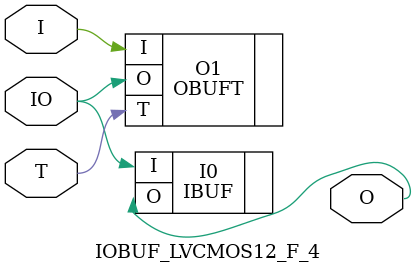
<source format=v>


`timescale  1 ps / 1 ps


module IOBUF_LVCMOS12_F_4 (O, IO, I, T);

    output O;

    inout  IO;

    input  I, T;

        OBUFT #(.IOSTANDARD("LVCMOS12"), .SLEW("FAST"), .DRIVE(4)) O1 (.O(IO), .I(I), .T(T)); 
	IBUF #(.IOSTANDARD("LVCMOS12"))  I0 (.O(O), .I(IO));
        

endmodule



</source>
